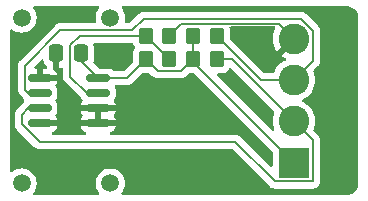
<source format=gbr>
%TF.GenerationSoftware,KiCad,Pcbnew,7.0.11-7.0.11~ubuntu22.04.1*%
%TF.CreationDate,2024-03-25T14:33:56+01:00*%
%TF.ProjectId,sensorshield,73656e73-6f72-4736-9869-656c642e6b69,rev?*%
%TF.SameCoordinates,Original*%
%TF.FileFunction,Copper,L1,Top*%
%TF.FilePolarity,Positive*%
%FSLAX46Y46*%
G04 Gerber Fmt 4.6, Leading zero omitted, Abs format (unit mm)*
G04 Created by KiCad (PCBNEW 7.0.11-7.0.11~ubuntu22.04.1) date 2024-03-25 14:33:56*
%MOMM*%
%LPD*%
G01*
G04 APERTURE LIST*
G04 Aperture macros list*
%AMRoundRect*
0 Rectangle with rounded corners*
0 $1 Rounding radius*
0 $2 $3 $4 $5 $6 $7 $8 $9 X,Y pos of 4 corners*
0 Add a 4 corners polygon primitive as box body*
4,1,4,$2,$3,$4,$5,$6,$7,$8,$9,$2,$3,0*
0 Add four circle primitives for the rounded corners*
1,1,$1+$1,$2,$3*
1,1,$1+$1,$4,$5*
1,1,$1+$1,$6,$7*
1,1,$1+$1,$8,$9*
0 Add four rect primitives between the rounded corners*
20,1,$1+$1,$2,$3,$4,$5,0*
20,1,$1+$1,$4,$5,$6,$7,0*
20,1,$1+$1,$6,$7,$8,$9,0*
20,1,$1+$1,$8,$9,$2,$3,0*%
G04 Aperture macros list end*
%TA.AperFunction,SMDPad,CuDef*%
%ADD10RoundRect,0.250000X-0.350000X-0.450000X0.350000X-0.450000X0.350000X0.450000X-0.350000X0.450000X0*%
%TD*%
%TA.AperFunction,SMDPad,CuDef*%
%ADD11RoundRect,0.250000X0.337500X0.475000X-0.337500X0.475000X-0.337500X-0.475000X0.337500X-0.475000X0*%
%TD*%
%TA.AperFunction,ComponentPad*%
%ADD12R,2.600000X2.600000*%
%TD*%
%TA.AperFunction,ComponentPad*%
%ADD13C,2.600000*%
%TD*%
%TA.AperFunction,SMDPad,CuDef*%
%ADD14RoundRect,0.150000X0.825000X0.150000X-0.825000X0.150000X-0.825000X-0.150000X0.825000X-0.150000X0*%
%TD*%
%TA.AperFunction,ViaPad*%
%ADD15C,0.600000*%
%TD*%
%TA.AperFunction,ViaPad*%
%ADD16C,1.500000*%
%TD*%
%TA.AperFunction,Conductor*%
%ADD17C,0.200000*%
%TD*%
G04 APERTURE END LIST*
D10*
%TO.P,R1,1*%
%TO.N,+5V*%
X138500000Y-117000000D03*
%TO.P,R1,2*%
%TO.N,Net-(J2-Pin_2)*%
X140500000Y-117000000D03*
%TD*%
%TO.P,R4,1*%
%TO.N,+5V*%
X134500000Y-117000000D03*
%TO.P,R4,2*%
%TO.N,Net-(U1-ADR)*%
X136500000Y-117000000D03*
%TD*%
%TO.P,R2,1*%
%TO.N,+5V*%
X138500000Y-115000000D03*
%TO.P,R2,2*%
%TO.N,Net-(J2-Pin_3)*%
X140500000Y-115000000D03*
%TD*%
%TO.P,R3,1*%
%TO.N,Net-(U1-ADR)*%
X134500000Y-115000000D03*
%TO.P,R3,2*%
%TO.N,GND*%
X136500000Y-115000000D03*
%TD*%
D11*
%TO.P,C1,1*%
%TO.N,+5V*%
X129000000Y-116500000D03*
%TO.P,C1,2*%
%TO.N,GND*%
X126925000Y-116500000D03*
%TD*%
D12*
%TO.P,J2,1,Pin_1*%
%TO.N,+5V*%
X147045000Y-125750000D03*
D13*
%TO.P,J2,2,Pin_2*%
%TO.N,Net-(J2-Pin_2)*%
X147045000Y-122250000D03*
%TO.P,J2,3,Pin_3*%
%TO.N,Net-(J2-Pin_3)*%
X147045000Y-118750000D03*
%TO.P,J2,4,Pin_4*%
%TO.N,GND*%
X147045000Y-115250000D03*
%TD*%
D14*
%TO.P,U1,1,NC*%
%TO.N,GND*%
X130475000Y-122405000D03*
%TO.P,U1,2,VSS*%
X130475000Y-121135000D03*
%TO.P,U1,3,ADR*%
%TO.N,Net-(U1-ADR)*%
X130475000Y-119865000D03*
%TO.P,U1,4,VDD*%
%TO.N,+5V*%
X130475000Y-118595000D03*
%TO.P,U1,5,TEST*%
%TO.N,GND*%
X125525000Y-118595000D03*
%TO.P,U1,6,SDA*%
%TO.N,Net-(J2-Pin_3)*%
X125525000Y-119865000D03*
%TO.P,U1,7,SCL*%
%TO.N,Net-(J2-Pin_2)*%
X125525000Y-121135000D03*
%TO.P,U1,8,NC*%
%TO.N,GND*%
X125525000Y-122405000D03*
%TD*%
D15*
%TO.N,GND*%
X128000000Y-120500000D03*
X143500000Y-120500000D03*
X141000000Y-127500000D03*
X126000000Y-126000000D03*
X132000000Y-116500000D03*
D16*
%TO.N,*%
X124000000Y-127500000D03*
X131500000Y-113500000D03*
X124000000Y-113500000D03*
X131500000Y-127500000D03*
%TD*%
D17*
%TO.N,Net-(J2-Pin_2)*%
X125525000Y-121135000D02*
X124550001Y-121135000D01*
X142095000Y-124000000D02*
X145445000Y-127350000D01*
X124550001Y-121135000D02*
X124000000Y-121685001D01*
X124000000Y-121685001D02*
X124000000Y-122495552D01*
X125504448Y-124000000D02*
X142095000Y-124000000D01*
X124000000Y-122495552D02*
X125504448Y-124000000D01*
X145445000Y-127350000D02*
X148645000Y-127350000D01*
X148645000Y-127350000D02*
X148645000Y-123850000D01*
X148645000Y-123850000D02*
X147045000Y-122250000D01*
%TO.N,Net-(U1-ADR)*%
X130475000Y-119865000D02*
X129500001Y-119865000D01*
X129500001Y-119865000D02*
X128112500Y-118477499D01*
X128112500Y-118477499D02*
X128112500Y-115790256D01*
X128112500Y-115790256D02*
X128902756Y-115000000D01*
X128902756Y-115000000D02*
X134500000Y-115000000D01*
X134500000Y-115000000D02*
X136500000Y-117000000D01*
%TO.N,Net-(J2-Pin_3)*%
X125525000Y-119865000D02*
X124550001Y-119865000D01*
X124250000Y-119564999D02*
X124250000Y-117577756D01*
X124550001Y-119865000D02*
X124250000Y-119564999D01*
X148645000Y-114587258D02*
X148645000Y-117150000D01*
X124250000Y-117577756D02*
X127277756Y-114550000D01*
X134315256Y-113600000D02*
X147657742Y-113600000D01*
X127277756Y-114550000D02*
X133365256Y-114550000D01*
X133365256Y-114550000D02*
X134315256Y-113600000D01*
X147657742Y-113600000D02*
X148645000Y-114587258D01*
X148645000Y-117150000D02*
X147045000Y-118750000D01*
%TO.N,GND*%
X147045000Y-115250000D02*
X145795000Y-114000000D01*
X145795000Y-114000000D02*
X137500000Y-114000000D01*
X137500000Y-114000000D02*
X136500000Y-115000000D01*
%TO.N,Net-(J2-Pin_2)*%
X147045000Y-122250000D02*
X141795000Y-117000000D01*
X141795000Y-117000000D02*
X140500000Y-117000000D01*
%TO.N,Net-(J2-Pin_3)*%
X147045000Y-118750000D02*
X144250000Y-118750000D01*
X144250000Y-118750000D02*
X140500000Y-115000000D01*
%TO.N,+5V*%
X138500000Y-117000000D02*
X138500000Y-117205000D01*
X138500000Y-117205000D02*
X147045000Y-125750000D01*
X138500000Y-117000000D02*
X138500000Y-115000000D01*
X134500000Y-117000000D02*
X135500000Y-118000000D01*
X135500000Y-118000000D02*
X137500000Y-118000000D01*
X137500000Y-118000000D02*
X138500000Y-117000000D01*
X130475000Y-118595000D02*
X132905000Y-118595000D01*
X132905000Y-118595000D02*
X134500000Y-117000000D01*
X130475000Y-118595000D02*
X129000000Y-117120000D01*
X129000000Y-117120000D02*
X129000000Y-116500000D01*
%TD*%
%TA.AperFunction,Conductor*%
%TO.N,GND*%
G36*
X130502115Y-112520185D02*
G01*
X130547870Y-112572989D01*
X130557814Y-112642147D01*
X130536651Y-112695623D01*
X130412900Y-112872357D01*
X130412898Y-112872361D01*
X130320426Y-113070668D01*
X130320422Y-113070677D01*
X130263793Y-113282020D01*
X130263793Y-113282024D01*
X130244723Y-113499997D01*
X130244723Y-113500002D01*
X130263793Y-113717975D01*
X130263793Y-113717979D01*
X130284004Y-113793407D01*
X130282341Y-113863257D01*
X130243178Y-113921119D01*
X130178949Y-113948623D01*
X130164229Y-113949500D01*
X127325243Y-113949500D01*
X127309058Y-113948439D01*
X127277756Y-113944318D01*
X127238395Y-113949500D01*
X127120995Y-113964955D01*
X127120993Y-113964956D01*
X126974916Y-114025463D01*
X126849470Y-114121721D01*
X126830251Y-114146769D01*
X126819556Y-114158964D01*
X123858965Y-117119554D01*
X123846774Y-117130246D01*
X123821718Y-117149473D01*
X123797549Y-117180969D01*
X123797550Y-117180970D01*
X123725464Y-117274914D01*
X123725461Y-117274919D01*
X123664957Y-117420990D01*
X123664955Y-117420995D01*
X123644318Y-117577754D01*
X123644318Y-117577756D01*
X123645903Y-117589797D01*
X123648439Y-117609057D01*
X123649500Y-117625243D01*
X123649500Y-119517511D01*
X123648439Y-119533696D01*
X123644318Y-119564997D01*
X123644318Y-119564999D01*
X123649500Y-119604359D01*
X123649500Y-119604360D01*
X123664955Y-119721759D01*
X123664956Y-119721761D01*
X123725464Y-119867840D01*
X123810058Y-119978085D01*
X123821719Y-119993282D01*
X123846769Y-120012503D01*
X123858964Y-120023198D01*
X124071683Y-120235918D01*
X124094046Y-120268824D01*
X124094285Y-120268684D01*
X124096522Y-120272467D01*
X124097804Y-120274353D01*
X124098257Y-120275401D01*
X124181916Y-120416861D01*
X124186702Y-120423031D01*
X124184256Y-120424927D01*
X124210857Y-120473642D01*
X124205873Y-120543334D01*
X124185069Y-120575703D01*
X124186702Y-120576969D01*
X124181916Y-120583138D01*
X124098256Y-120724599D01*
X124097802Y-120725651D01*
X124096517Y-120727540D01*
X124094285Y-120731316D01*
X124094047Y-120731175D01*
X124071683Y-120764081D01*
X123608965Y-121226799D01*
X123596774Y-121237491D01*
X123571718Y-121256718D01*
X123547549Y-121288214D01*
X123547550Y-121288215D01*
X123475464Y-121382159D01*
X123475461Y-121382164D01*
X123414957Y-121528235D01*
X123414955Y-121528240D01*
X123394318Y-121684999D01*
X123394318Y-121685001D01*
X123395375Y-121693026D01*
X123398439Y-121716302D01*
X123399500Y-121732488D01*
X123399500Y-122448064D01*
X123398439Y-122464249D01*
X123394318Y-122495550D01*
X123394318Y-122495552D01*
X123399500Y-122534912D01*
X123399500Y-122534913D01*
X123414955Y-122652312D01*
X123414956Y-122652314D01*
X123468756Y-122782200D01*
X123475464Y-122798393D01*
X123488359Y-122815198D01*
X123571719Y-122923835D01*
X123596769Y-122943056D01*
X123608964Y-122953751D01*
X125046247Y-124391034D01*
X125056941Y-124403228D01*
X125076163Y-124428279D01*
X125076164Y-124428280D01*
X125076166Y-124428282D01*
X125201607Y-124524536D01*
X125347686Y-124585044D01*
X125426067Y-124595363D01*
X125504447Y-124605682D01*
X125504448Y-124605682D01*
X125535750Y-124601560D01*
X125551935Y-124600500D01*
X141794903Y-124600500D01*
X141861942Y-124620185D01*
X141882584Y-124636819D01*
X144986799Y-127741034D01*
X144997493Y-127753228D01*
X145016715Y-127778279D01*
X145016716Y-127778280D01*
X145016718Y-127778282D01*
X145142159Y-127874536D01*
X145288238Y-127935044D01*
X145366619Y-127945363D01*
X145444999Y-127955682D01*
X145445000Y-127955682D01*
X145476302Y-127951560D01*
X145492487Y-127950500D01*
X148597513Y-127950500D01*
X148613697Y-127951560D01*
X148645000Y-127955682D01*
X148645001Y-127955682D01*
X148697254Y-127948802D01*
X148801762Y-127935044D01*
X148947841Y-127874536D01*
X149073282Y-127778282D01*
X149169536Y-127652841D01*
X149230044Y-127506762D01*
X149245500Y-127389361D01*
X149250682Y-127350000D01*
X149246561Y-127318697D01*
X149245500Y-127302512D01*
X149245500Y-123897487D01*
X149246561Y-123881301D01*
X149250682Y-123849999D01*
X149250682Y-123849998D01*
X149230044Y-123693239D01*
X149230044Y-123693238D01*
X149169536Y-123547159D01*
X149073282Y-123421718D01*
X149073280Y-123421716D01*
X149073279Y-123421715D01*
X149048228Y-123402493D01*
X149036034Y-123391799D01*
X148730811Y-123086576D01*
X148697326Y-123025253D01*
X148702310Y-122955561D01*
X148703032Y-122953673D01*
X148770334Y-122782195D01*
X148830383Y-122519103D01*
X148850549Y-122250000D01*
X148850310Y-122246817D01*
X148830383Y-121980898D01*
X148792138Y-121813334D01*
X148770334Y-121717805D01*
X148671743Y-121466602D01*
X148536815Y-121232898D01*
X148368561Y-121021915D01*
X148368560Y-121021914D01*
X148368557Y-121021910D01*
X148170741Y-120838365D01*
X147947775Y-120686349D01*
X147947771Y-120686347D01*
X147947768Y-120686345D01*
X147947767Y-120686344D01*
X147792806Y-120611720D01*
X147740946Y-120564898D01*
X147722633Y-120497471D01*
X147743681Y-120430847D01*
X147792806Y-120388280D01*
X147947767Y-120313655D01*
X147947767Y-120313654D01*
X147947775Y-120313651D01*
X148170741Y-120161635D01*
X148368561Y-119978085D01*
X148536815Y-119767102D01*
X148671743Y-119533398D01*
X148770334Y-119282195D01*
X148830383Y-119019103D01*
X148844905Y-118825315D01*
X148850549Y-118750004D01*
X148850549Y-118749995D01*
X148830383Y-118480898D01*
X148830383Y-118480897D01*
X148770334Y-118217805D01*
X148703063Y-118046405D01*
X148696895Y-117976809D01*
X148729333Y-117914925D01*
X148730751Y-117913482D01*
X149036043Y-117608190D01*
X149048223Y-117597509D01*
X149073282Y-117578282D01*
X149169536Y-117452841D01*
X149230044Y-117306762D01*
X149245500Y-117189361D01*
X149250682Y-117150000D01*
X149248081Y-117130246D01*
X149246561Y-117118697D01*
X149245500Y-117102512D01*
X149245500Y-114634745D01*
X149246561Y-114618559D01*
X149250682Y-114587257D01*
X149250682Y-114587256D01*
X149230044Y-114430497D01*
X149230042Y-114430492D01*
X149216253Y-114397203D01*
X149169536Y-114284417D01*
X149138967Y-114244579D01*
X149073282Y-114158976D01*
X149073281Y-114158975D01*
X149048228Y-114139751D01*
X149036034Y-114129057D01*
X148115941Y-113208964D01*
X148105246Y-113196769D01*
X148086025Y-113171719D01*
X148086021Y-113171716D01*
X147960583Y-113075464D01*
X147949026Y-113070677D01*
X147814504Y-113014956D01*
X147814502Y-113014955D01*
X147697103Y-112999500D01*
X147657742Y-112994318D01*
X147626439Y-112998439D01*
X147610255Y-112999500D01*
X134362743Y-112999500D01*
X134346558Y-112998439D01*
X134315256Y-112994318D01*
X134275895Y-112999500D01*
X134158495Y-113014955D01*
X134158493Y-113014956D01*
X134012413Y-113075464D01*
X133886974Y-113171716D01*
X133867745Y-113196775D01*
X133857054Y-113208965D01*
X133152840Y-113913181D01*
X133091517Y-113946666D01*
X133065159Y-113949500D01*
X132835771Y-113949500D01*
X132768732Y-113929815D01*
X132722977Y-113877011D01*
X132713033Y-113807853D01*
X132715996Y-113793407D01*
X132736206Y-113717979D01*
X132736207Y-113717977D01*
X132752805Y-113528254D01*
X132755277Y-113500002D01*
X132755277Y-113499997D01*
X132751569Y-113457618D01*
X132736207Y-113282023D01*
X132700381Y-113148318D01*
X132679577Y-113070677D01*
X132679576Y-113070676D01*
X132679575Y-113070670D01*
X132587102Y-112872362D01*
X132587100Y-112872359D01*
X132587099Y-112872357D01*
X132463349Y-112695623D01*
X132441022Y-112629417D01*
X132458032Y-112561650D01*
X132508980Y-112513837D01*
X132564924Y-112500500D01*
X151434108Y-112500500D01*
X151494587Y-112500500D01*
X151505394Y-112500972D01*
X151535721Y-112503625D01*
X151662755Y-112514739D01*
X151684035Y-112518491D01*
X151801188Y-112549882D01*
X151831369Y-112557969D01*
X151851681Y-112565362D01*
X151989915Y-112629822D01*
X152008633Y-112640629D01*
X152133582Y-112728119D01*
X152150140Y-112742013D01*
X152257986Y-112849859D01*
X152271880Y-112866417D01*
X152359370Y-112991366D01*
X152370177Y-113010084D01*
X152434637Y-113148318D01*
X152442030Y-113168630D01*
X152481507Y-113315961D01*
X152485260Y-113337246D01*
X152499028Y-113494605D01*
X152499500Y-113505413D01*
X152499500Y-127494586D01*
X152499028Y-127505394D01*
X152485260Y-127662753D01*
X152481507Y-127684038D01*
X152442030Y-127831369D01*
X152434637Y-127851681D01*
X152370177Y-127989915D01*
X152359370Y-128008633D01*
X152271880Y-128133582D01*
X152257986Y-128150140D01*
X152150140Y-128257986D01*
X152133582Y-128271880D01*
X152008633Y-128359370D01*
X151989915Y-128370177D01*
X151851681Y-128434637D01*
X151831369Y-128442030D01*
X151684038Y-128481507D01*
X151662753Y-128485260D01*
X151505395Y-128499028D01*
X151494587Y-128499500D01*
X132564923Y-128499500D01*
X132497884Y-128479815D01*
X132452129Y-128427011D01*
X132442185Y-128357853D01*
X132463346Y-128304380D01*
X132587102Y-128127639D01*
X132679575Y-127929330D01*
X132736207Y-127717977D01*
X132752805Y-127528254D01*
X132755277Y-127500002D01*
X132755277Y-127499997D01*
X132749512Y-127434108D01*
X132736207Y-127282023D01*
X132679575Y-127070670D01*
X132587102Y-126872362D01*
X132587100Y-126872359D01*
X132587099Y-126872357D01*
X132461599Y-126693124D01*
X132461596Y-126693121D01*
X132306877Y-126538402D01*
X132168978Y-126441844D01*
X132127638Y-126412897D01*
X132028484Y-126366661D01*
X131929330Y-126320425D01*
X131929326Y-126320424D01*
X131929322Y-126320422D01*
X131717977Y-126263793D01*
X131500002Y-126244723D01*
X131499998Y-126244723D01*
X131354682Y-126257436D01*
X131282023Y-126263793D01*
X131282020Y-126263793D01*
X131070677Y-126320422D01*
X131070668Y-126320426D01*
X130872361Y-126412898D01*
X130872357Y-126412900D01*
X130693121Y-126538402D01*
X130538402Y-126693121D01*
X130412900Y-126872357D01*
X130412898Y-126872361D01*
X130320426Y-127070668D01*
X130320422Y-127070677D01*
X130263793Y-127282020D01*
X130263793Y-127282023D01*
X130261290Y-127310638D01*
X130244723Y-127499997D01*
X130244723Y-127500002D01*
X130254258Y-127608988D01*
X130258094Y-127652841D01*
X130263793Y-127717975D01*
X130263793Y-127717979D01*
X130320422Y-127929322D01*
X130320424Y-127929326D01*
X130320425Y-127929330D01*
X130357405Y-128008633D01*
X130412897Y-128127638D01*
X130428653Y-128150140D01*
X130536653Y-128304379D01*
X130558979Y-128370582D01*
X130541969Y-128438350D01*
X130491021Y-128486163D01*
X130435077Y-128499500D01*
X125064923Y-128499500D01*
X124997884Y-128479815D01*
X124952129Y-128427011D01*
X124942185Y-128357853D01*
X124963346Y-128304380D01*
X125087102Y-128127639D01*
X125179575Y-127929330D01*
X125236207Y-127717977D01*
X125252805Y-127528254D01*
X125255277Y-127500002D01*
X125255277Y-127499997D01*
X125249512Y-127434108D01*
X125236207Y-127282023D01*
X125179575Y-127070670D01*
X125087102Y-126872362D01*
X125087100Y-126872359D01*
X125087099Y-126872357D01*
X124961599Y-126693124D01*
X124961596Y-126693121D01*
X124806877Y-126538402D01*
X124668978Y-126441844D01*
X124627638Y-126412897D01*
X124528484Y-126366661D01*
X124429330Y-126320425D01*
X124429326Y-126320424D01*
X124429322Y-126320422D01*
X124217977Y-126263793D01*
X124000002Y-126244723D01*
X123999998Y-126244723D01*
X123854682Y-126257436D01*
X123782023Y-126263793D01*
X123782020Y-126263793D01*
X123570677Y-126320422D01*
X123570668Y-126320426D01*
X123372361Y-126412898D01*
X123372357Y-126412900D01*
X123195623Y-126536651D01*
X123129417Y-126558978D01*
X123061650Y-126541968D01*
X123013837Y-126491020D01*
X123000500Y-126435076D01*
X123000500Y-114564922D01*
X123020185Y-114497883D01*
X123072989Y-114452128D01*
X123142147Y-114442184D01*
X123195619Y-114463346D01*
X123372361Y-114587102D01*
X123570670Y-114679575D01*
X123782023Y-114736207D01*
X123964926Y-114752208D01*
X123999998Y-114755277D01*
X124000000Y-114755277D01*
X124000002Y-114755277D01*
X124028254Y-114752805D01*
X124217977Y-114736207D01*
X124429330Y-114679575D01*
X124627639Y-114587102D01*
X124806877Y-114461598D01*
X124961598Y-114306877D01*
X125087102Y-114127639D01*
X125179575Y-113929330D01*
X125236207Y-113717977D01*
X125252805Y-113528254D01*
X125255277Y-113500002D01*
X125255277Y-113499997D01*
X125251569Y-113457618D01*
X125236207Y-113282023D01*
X125200381Y-113148318D01*
X125179577Y-113070677D01*
X125179576Y-113070676D01*
X125179575Y-113070670D01*
X125087102Y-112872362D01*
X125087100Y-112872359D01*
X125087099Y-112872357D01*
X124963349Y-112695623D01*
X124941022Y-112629417D01*
X124958032Y-112561650D01*
X125008980Y-112513837D01*
X125064924Y-112500500D01*
X130435076Y-112500500D01*
X130502115Y-112520185D01*
G37*
%TD.AperFunction*%
%TA.AperFunction,Conductor*%
G36*
X127118039Y-116269685D02*
G01*
X127163794Y-116322489D01*
X127175000Y-116374000D01*
X127175000Y-117724999D01*
X127312472Y-117724999D01*
X127312484Y-117724998D01*
X127375397Y-117718571D01*
X127444090Y-117731340D01*
X127494975Y-117779221D01*
X127512000Y-117841929D01*
X127512000Y-118430011D01*
X127510938Y-118446196D01*
X127506818Y-118477499D01*
X127522055Y-118593238D01*
X127527456Y-118634261D01*
X127587964Y-118780340D01*
X127637580Y-118845001D01*
X127684219Y-118905782D01*
X127709269Y-118925003D01*
X127721464Y-118935698D01*
X129021682Y-120235916D01*
X129044047Y-120268823D01*
X129044285Y-120268683D01*
X129046517Y-120272457D01*
X129047800Y-120274345D01*
X129048254Y-120275395D01*
X129131917Y-120416862D01*
X129136702Y-120423031D01*
X129134369Y-120424840D01*
X129161210Y-120473995D01*
X129156226Y-120543687D01*
X129135470Y-120576021D01*
X129137097Y-120577283D01*
X129132313Y-120583449D01*
X129048718Y-120724801D01*
X129002899Y-120882513D01*
X129002704Y-120884998D01*
X129002705Y-120885000D01*
X131947295Y-120885000D01*
X131947295Y-120884998D01*
X131947100Y-120882513D01*
X131901281Y-120724801D01*
X131817685Y-120583447D01*
X131812900Y-120577278D01*
X131815366Y-120575364D01*
X131788802Y-120526776D01*
X131793749Y-120457082D01*
X131814856Y-120424232D01*
X131813301Y-120423026D01*
X131818077Y-120416868D01*
X131818081Y-120416865D01*
X131901744Y-120275398D01*
X131947598Y-120117569D01*
X131950500Y-120080694D01*
X131950500Y-119649306D01*
X131947598Y-119612431D01*
X131945253Y-119604360D01*
X131901745Y-119454606D01*
X131901744Y-119454603D01*
X131901744Y-119454602D01*
X131892871Y-119439598D01*
X131859175Y-119382620D01*
X131841992Y-119314896D01*
X131864152Y-119248634D01*
X131918619Y-119204871D01*
X131965907Y-119195500D01*
X132857513Y-119195500D01*
X132873697Y-119196560D01*
X132905000Y-119200682D01*
X132905001Y-119200682D01*
X132957254Y-119193802D01*
X133061762Y-119180044D01*
X133207841Y-119119536D01*
X133255220Y-119083181D01*
X133333282Y-119023282D01*
X133352509Y-118998223D01*
X133363190Y-118986043D01*
X134112416Y-118236818D01*
X134173739Y-118203333D01*
X134200097Y-118200499D01*
X134799902Y-118200499D01*
X134866941Y-118220184D01*
X134887583Y-118236818D01*
X135041799Y-118391034D01*
X135052493Y-118403228D01*
X135063627Y-118417738D01*
X135071718Y-118428282D01*
X135187155Y-118516860D01*
X135187156Y-118516861D01*
X135197154Y-118524533D01*
X135197157Y-118524534D01*
X135197159Y-118524536D01*
X135343236Y-118585043D01*
X135343238Y-118585044D01*
X135499999Y-118605683D01*
X135500000Y-118605683D01*
X135500001Y-118605683D01*
X135531308Y-118601561D01*
X135547494Y-118600500D01*
X137452513Y-118600500D01*
X137468697Y-118601560D01*
X137500000Y-118605682D01*
X137500001Y-118605682D01*
X137552254Y-118598802D01*
X137656762Y-118585044D01*
X137802841Y-118524536D01*
X137812845Y-118516860D01*
X137928282Y-118428282D01*
X137947509Y-118403223D01*
X137958183Y-118391050D01*
X138112418Y-118236815D01*
X138173739Y-118203333D01*
X138200097Y-118200499D01*
X138594902Y-118200499D01*
X138661941Y-118220184D01*
X138682583Y-118236818D01*
X145208181Y-124762416D01*
X145241666Y-124823739D01*
X145244500Y-124850097D01*
X145244500Y-126000903D01*
X145224815Y-126067942D01*
X145172011Y-126113697D01*
X145102853Y-126123641D01*
X145039297Y-126094616D01*
X145032819Y-126088584D01*
X142553199Y-123608964D01*
X142542503Y-123596767D01*
X142523286Y-123571722D01*
X142523283Y-123571720D01*
X142523282Y-123571718D01*
X142397841Y-123475464D01*
X142251762Y-123414956D01*
X142251760Y-123414955D01*
X142134361Y-123399500D01*
X142095000Y-123394318D01*
X142063697Y-123398439D01*
X142047513Y-123399500D01*
X131594306Y-123399500D01*
X131527267Y-123379815D01*
X131481512Y-123327011D01*
X131471568Y-123257853D01*
X131500593Y-123194297D01*
X131553445Y-123160330D01*
X131553035Y-123159382D01*
X131558814Y-123156880D01*
X131559371Y-123156523D01*
X131559713Y-123156423D01*
X131560196Y-123156282D01*
X131701552Y-123072685D01*
X131701561Y-123072678D01*
X131817678Y-122956561D01*
X131817685Y-122956552D01*
X131901281Y-122815198D01*
X131947100Y-122657486D01*
X131947295Y-122655001D01*
X131947295Y-122655000D01*
X129002705Y-122655000D01*
X129002704Y-122655001D01*
X129002899Y-122657486D01*
X129048718Y-122815198D01*
X129132314Y-122956552D01*
X129132321Y-122956561D01*
X129248438Y-123072678D01*
X129248447Y-123072685D01*
X129389803Y-123156282D01*
X129389802Y-123156282D01*
X129390287Y-123156423D01*
X129390621Y-123156636D01*
X129396965Y-123159382D01*
X129396522Y-123160404D01*
X129449174Y-123194029D01*
X129478381Y-123257501D01*
X129468636Y-123326688D01*
X129423032Y-123379623D01*
X129356050Y-123399499D01*
X129355694Y-123399500D01*
X126644306Y-123399500D01*
X126577267Y-123379815D01*
X126531512Y-123327011D01*
X126521568Y-123257853D01*
X126550593Y-123194297D01*
X126603445Y-123160330D01*
X126603035Y-123159382D01*
X126608814Y-123156880D01*
X126609371Y-123156523D01*
X126609713Y-123156423D01*
X126610196Y-123156282D01*
X126751552Y-123072685D01*
X126751561Y-123072678D01*
X126867678Y-122956561D01*
X126867685Y-122956552D01*
X126951281Y-122815198D01*
X126997100Y-122657486D01*
X126997295Y-122655001D01*
X126997295Y-122655000D01*
X125399000Y-122655000D01*
X125331961Y-122635315D01*
X125286206Y-122582511D01*
X125275000Y-122531000D01*
X125275000Y-122279000D01*
X125294685Y-122211961D01*
X125347489Y-122166206D01*
X125399000Y-122155000D01*
X126997295Y-122155000D01*
X126997295Y-122154998D01*
X129002704Y-122154998D01*
X129002705Y-122155000D01*
X130225000Y-122155000D01*
X130225000Y-121385000D01*
X130725000Y-121385000D01*
X130725000Y-122155000D01*
X131947295Y-122155000D01*
X131947295Y-122154998D01*
X131947100Y-122152513D01*
X131901281Y-121994801D01*
X131817685Y-121853447D01*
X131812900Y-121847278D01*
X131815252Y-121845453D01*
X131788445Y-121796405D01*
X131793402Y-121726712D01*
X131814465Y-121693936D01*
X131812900Y-121692722D01*
X131817685Y-121686552D01*
X131901281Y-121545198D01*
X131947100Y-121387486D01*
X131947295Y-121385001D01*
X131947295Y-121385000D01*
X130725000Y-121385000D01*
X130225000Y-121385000D01*
X129002705Y-121385000D01*
X129002704Y-121385001D01*
X129002899Y-121387486D01*
X129048718Y-121545198D01*
X129132314Y-121686552D01*
X129137100Y-121692722D01*
X129134753Y-121694542D01*
X129161564Y-121743642D01*
X129156580Y-121813334D01*
X129135541Y-121846069D01*
X129137100Y-121847278D01*
X129132314Y-121853447D01*
X129048718Y-121994801D01*
X129002899Y-122152513D01*
X129002704Y-122154998D01*
X126997295Y-122154998D01*
X126997100Y-122152513D01*
X126951281Y-121994801D01*
X126867685Y-121853447D01*
X126862900Y-121847278D01*
X126865366Y-121845364D01*
X126838802Y-121796776D01*
X126843749Y-121727082D01*
X126864856Y-121694232D01*
X126863301Y-121693026D01*
X126868077Y-121686868D01*
X126868081Y-121686865D01*
X126951744Y-121545398D01*
X126997598Y-121387569D01*
X127000500Y-121350694D01*
X127000500Y-120919306D01*
X126997598Y-120882431D01*
X126951744Y-120724602D01*
X126868081Y-120583135D01*
X126868078Y-120583132D01*
X126863298Y-120576969D01*
X126865750Y-120575066D01*
X126839155Y-120526421D01*
X126844104Y-120456726D01*
X126864940Y-120424304D01*
X126863298Y-120423031D01*
X126868075Y-120416870D01*
X126868081Y-120416865D01*
X126951744Y-120275398D01*
X126997598Y-120117569D01*
X127000500Y-120080694D01*
X127000500Y-119649306D01*
X126997598Y-119612431D01*
X126995253Y-119604360D01*
X126951745Y-119454606D01*
X126951744Y-119454603D01*
X126951744Y-119454602D01*
X126868081Y-119313135D01*
X126868078Y-119313132D01*
X126863298Y-119306969D01*
X126865635Y-119305155D01*
X126838798Y-119256050D01*
X126843756Y-119186356D01*
X126864554Y-119153998D01*
X126862903Y-119152717D01*
X126867686Y-119146550D01*
X126951281Y-119005198D01*
X126997100Y-118847486D01*
X126997295Y-118845001D01*
X126997295Y-118845000D01*
X125399000Y-118845000D01*
X125331961Y-118825315D01*
X125286206Y-118772511D01*
X125275000Y-118721000D01*
X125275000Y-117795000D01*
X125181353Y-117795000D01*
X125114314Y-117775315D01*
X125068559Y-117722511D01*
X125058615Y-117653353D01*
X125087640Y-117589797D01*
X125093672Y-117583319D01*
X125224150Y-117452841D01*
X125635792Y-117041198D01*
X125697111Y-117007716D01*
X125766802Y-117012700D01*
X125822736Y-117054571D01*
X125846826Y-117116275D01*
X125847992Y-117127693D01*
X125903141Y-117294119D01*
X125903143Y-117294124D01*
X125995184Y-117443345D01*
X126119155Y-117567316D01*
X126124823Y-117571798D01*
X126123430Y-117573559D01*
X126162871Y-117617405D01*
X126174095Y-117686367D01*
X126146254Y-117750451D01*
X126088187Y-117789309D01*
X126051051Y-117795000D01*
X125775000Y-117795000D01*
X125775000Y-118345000D01*
X126997295Y-118345000D01*
X126997295Y-118344998D01*
X126997100Y-118342513D01*
X126951281Y-118184801D01*
X126867685Y-118043447D01*
X126867678Y-118043438D01*
X126751561Y-117927321D01*
X126751552Y-117927314D01*
X126713915Y-117905056D01*
X126666232Y-117853987D01*
X126653728Y-117785245D01*
X126675000Y-117733680D01*
X126675000Y-116374000D01*
X126694685Y-116306961D01*
X126747489Y-116261206D01*
X126799000Y-116250000D01*
X127051000Y-116250000D01*
X127118039Y-116269685D01*
G37*
%TD.AperFunction*%
%TA.AperFunction,Conductor*%
G36*
X141706255Y-117761198D02*
G01*
X141714483Y-117768718D01*
X145359188Y-121413423D01*
X145392673Y-121474746D01*
X145387689Y-121544438D01*
X145386935Y-121546406D01*
X145328918Y-121694232D01*
X145319667Y-121717804D01*
X145319663Y-121717816D01*
X145259616Y-121980898D01*
X145239451Y-122249995D01*
X145239451Y-122250004D01*
X145259616Y-122519101D01*
X145319664Y-122782188D01*
X145319667Y-122782200D01*
X145356581Y-122876254D01*
X145362750Y-122945851D01*
X145330312Y-123007734D01*
X145269567Y-123042257D01*
X145199801Y-123038458D01*
X145153472Y-123009237D01*
X140556415Y-118412180D01*
X140522930Y-118350857D01*
X140527914Y-118281165D01*
X140569786Y-118225232D01*
X140635250Y-118200815D01*
X140644096Y-118200499D01*
X140900002Y-118200499D01*
X140900008Y-118200499D01*
X141002797Y-118189999D01*
X141169334Y-118134814D01*
X141318656Y-118042712D01*
X141442712Y-117918656D01*
X141521264Y-117791302D01*
X141573211Y-117744578D01*
X141642173Y-117733355D01*
X141706255Y-117761198D01*
G37*
%TD.AperFunction*%
%TA.AperFunction,Conductor*%
G36*
X145424733Y-114220185D02*
G01*
X145470488Y-114272989D01*
X145480432Y-114342147D01*
X145465081Y-114386500D01*
X145418709Y-114466818D01*
X145320148Y-114717947D01*
X145320142Y-114717966D01*
X145260113Y-114980971D01*
X145260113Y-114980973D01*
X145239953Y-115249995D01*
X145239953Y-115250004D01*
X145260113Y-115519026D01*
X145260113Y-115519028D01*
X145320142Y-115782033D01*
X145320148Y-115782052D01*
X145418709Y-116033181D01*
X145418708Y-116033181D01*
X145553602Y-116266822D01*
X145607294Y-116334151D01*
X146442452Y-115498992D01*
X146452188Y-115528956D01*
X146540186Y-115667619D01*
X146659903Y-115780040D01*
X146794509Y-115854041D01*
X145959848Y-116688702D01*
X146142483Y-116813220D01*
X146142484Y-116813221D01*
X146297770Y-116888002D01*
X146349630Y-116934824D01*
X146367943Y-117002251D01*
X146346895Y-117068875D01*
X146297771Y-117111442D01*
X146142230Y-117186346D01*
X145919258Y-117338365D01*
X145721442Y-117521910D01*
X145553185Y-117732898D01*
X145418258Y-117966599D01*
X145418254Y-117966607D01*
X145377361Y-118070802D01*
X145334545Y-118126016D01*
X145268675Y-118149317D01*
X145261933Y-118149500D01*
X144550097Y-118149500D01*
X144483058Y-118129815D01*
X144462416Y-118113181D01*
X141636818Y-115287583D01*
X141603333Y-115226260D01*
X141600499Y-115199902D01*
X141600499Y-114499998D01*
X141600498Y-114499981D01*
X141589999Y-114397203D01*
X141589997Y-114397195D01*
X141578833Y-114363505D01*
X141576430Y-114293677D01*
X141612161Y-114233635D01*
X141674681Y-114202442D01*
X141696538Y-114200500D01*
X145357694Y-114200500D01*
X145424733Y-114220185D01*
G37*
%TD.AperFunction*%
%TA.AperFunction,Conductor*%
G36*
X133386738Y-115620185D02*
G01*
X133432493Y-115672989D01*
X133437403Y-115685492D01*
X133451355Y-115727595D01*
X133465185Y-115769331D01*
X133465187Y-115769336D01*
X133557289Y-115918657D01*
X133560795Y-115923091D01*
X133586934Y-115987887D01*
X133573892Y-116056529D01*
X133560795Y-116076909D01*
X133557289Y-116081342D01*
X133465187Y-116230663D01*
X133465186Y-116230666D01*
X133410001Y-116397203D01*
X133410001Y-116397204D01*
X133410000Y-116397204D01*
X133399500Y-116499983D01*
X133399500Y-117199902D01*
X133379815Y-117266941D01*
X133363181Y-117287583D01*
X132692584Y-117958181D01*
X132631261Y-117991666D01*
X132604903Y-117994500D01*
X131820808Y-117994500D01*
X131753769Y-117974815D01*
X131733126Y-117958180D01*
X131701870Y-117926923D01*
X131701862Y-117926917D01*
X131560396Y-117843255D01*
X131560393Y-117843254D01*
X131402573Y-117797402D01*
X131402567Y-117797401D01*
X131365701Y-117794500D01*
X131365694Y-117794500D01*
X130575097Y-117794500D01*
X130508058Y-117774815D01*
X130487416Y-117758181D01*
X130076709Y-117347474D01*
X130043224Y-117286151D01*
X130046684Y-117220789D01*
X130077499Y-117127797D01*
X130088000Y-117025009D01*
X130087999Y-115974992D01*
X130080338Y-115900000D01*
X130077499Y-115872203D01*
X130063387Y-115829617D01*
X130041478Y-115763501D01*
X130039077Y-115693676D01*
X130074808Y-115633634D01*
X130137328Y-115602441D01*
X130159185Y-115600500D01*
X133319699Y-115600500D01*
X133386738Y-115620185D01*
G37*
%TD.AperFunction*%
%TD*%
M02*

</source>
